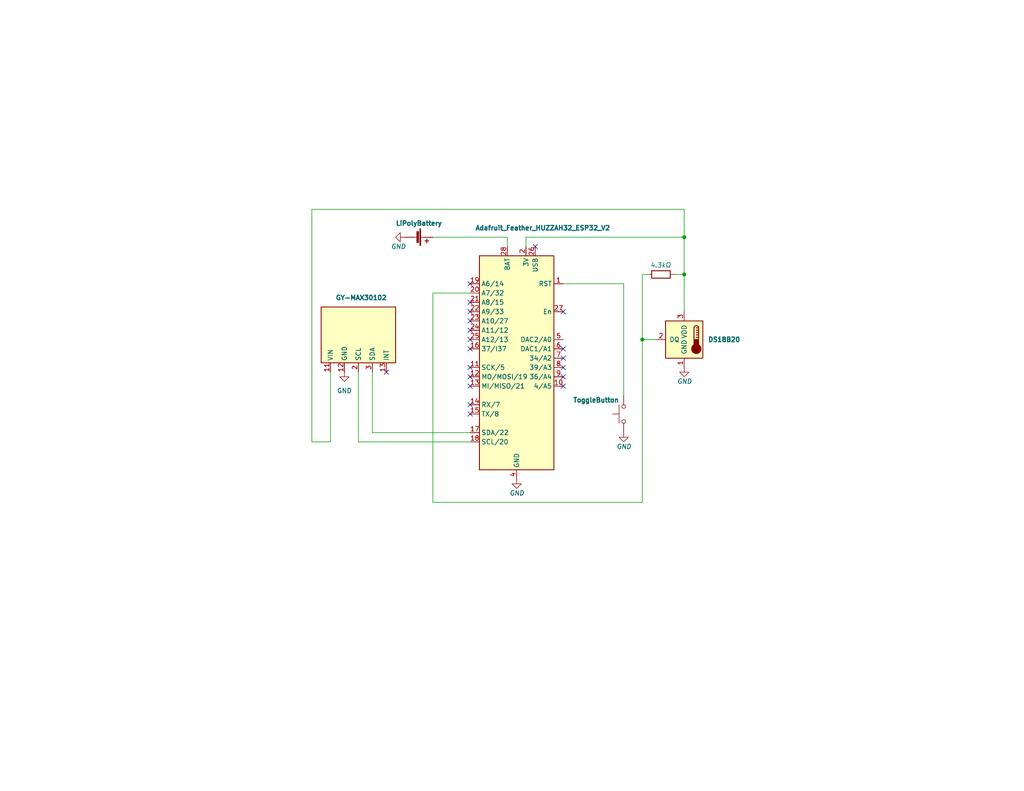
<source format=kicad_sch>
(kicad_sch (version 20211123) (generator eeschema)

  (uuid 2d38f4b0-6c46-4fc1-8332-986e4cba78ae)

  (paper "USLetter")

  (title_block
    (title "Deployable Medical Assitance Case (DMAC)")
    (date "2023-04-13")
    (rev "1")
    (company "Dhalwani Designs")
    (comment 2 "This case is intended to be used by EMTs to collect certain data and send to the website.")
    (comment 3 "This is the electronic schematic for SMART CHART: a project for HOSA ILC.")
    (comment 4 "This is the main circuit schematic used to interface with battery, website, and sensors.")
  )

  (lib_symbols
    (symbol "Device:Battery_Cell" (pin_numbers hide) (pin_names (offset 0) hide) (in_bom yes) (on_board yes)
      (property "Reference" "BT" (id 0) (at 2.54 2.54 0)
        (effects (font (size 1.27 1.27)) (justify left))
      )
      (property "Value" "Battery_Cell" (id 1) (at 2.54 0 0)
        (effects (font (size 1.27 1.27)) (justify left))
      )
      (property "Footprint" "" (id 2) (at 0 1.524 90)
        (effects (font (size 1.27 1.27)) hide)
      )
      (property "Datasheet" "~" (id 3) (at 0 1.524 90)
        (effects (font (size 1.27 1.27)) hide)
      )
      (property "ki_keywords" "battery cell" (id 4) (at 0 0 0)
        (effects (font (size 1.27 1.27)) hide)
      )
      (property "ki_description" "Single-cell battery" (id 5) (at 0 0 0)
        (effects (font (size 1.27 1.27)) hide)
      )
      (symbol "Battery_Cell_0_1"
        (rectangle (start -2.286 1.778) (end 2.286 1.524)
          (stroke (width 0) (type default) (color 0 0 0 0))
          (fill (type outline))
        )
        (rectangle (start -1.5748 1.1938) (end 1.4732 0.6858)
          (stroke (width 0) (type default) (color 0 0 0 0))
          (fill (type outline))
        )
        (polyline
          (pts
            (xy 0 0.762)
            (xy 0 0)
          )
          (stroke (width 0) (type default) (color 0 0 0 0))
          (fill (type none))
        )
        (polyline
          (pts
            (xy 0 1.778)
            (xy 0 2.54)
          )
          (stroke (width 0) (type default) (color 0 0 0 0))
          (fill (type none))
        )
        (polyline
          (pts
            (xy 0.508 3.429)
            (xy 1.524 3.429)
          )
          (stroke (width 0.254) (type default) (color 0 0 0 0))
          (fill (type none))
        )
        (polyline
          (pts
            (xy 1.016 3.937)
            (xy 1.016 2.921)
          )
          (stroke (width 0.254) (type default) (color 0 0 0 0))
          (fill (type none))
        )
      )
      (symbol "Battery_Cell_1_1"
        (pin passive line (at 0 5.08 270) (length 2.54)
          (name "+" (effects (font (size 1.27 1.27))))
          (number "1" (effects (font (size 1.27 1.27))))
        )
        (pin passive line (at 0 -2.54 90) (length 2.54)
          (name "-" (effects (font (size 1.27 1.27))))
          (number "2" (effects (font (size 1.27 1.27))))
        )
      )
    )
    (symbol "Device:R" (pin_numbers hide) (pin_names (offset 0)) (in_bom yes) (on_board yes)
      (property "Reference" "R" (id 0) (at 2.032 0 90)
        (effects (font (size 1.27 1.27)))
      )
      (property "Value" "R" (id 1) (at 0 0 90)
        (effects (font (size 1.27 1.27)))
      )
      (property "Footprint" "" (id 2) (at -1.778 0 90)
        (effects (font (size 1.27 1.27)) hide)
      )
      (property "Datasheet" "~" (id 3) (at 0 0 0)
        (effects (font (size 1.27 1.27)) hide)
      )
      (property "ki_keywords" "R res resistor" (id 4) (at 0 0 0)
        (effects (font (size 1.27 1.27)) hide)
      )
      (property "ki_description" "Resistor" (id 5) (at 0 0 0)
        (effects (font (size 1.27 1.27)) hide)
      )
      (property "ki_fp_filters" "R_*" (id 6) (at 0 0 0)
        (effects (font (size 1.27 1.27)) hide)
      )
      (symbol "R_0_1"
        (rectangle (start -1.016 -2.54) (end 1.016 2.54)
          (stroke (width 0.254) (type default) (color 0 0 0 0))
          (fill (type none))
        )
      )
      (symbol "R_1_1"
        (pin passive line (at 0 3.81 270) (length 1.27)
          (name "~" (effects (font (size 1.27 1.27))))
          (number "1" (effects (font (size 1.27 1.27))))
        )
        (pin passive line (at 0 -3.81 90) (length 1.27)
          (name "~" (effects (font (size 1.27 1.27))))
          (number "2" (effects (font (size 1.27 1.27))))
        )
      )
    )
    (symbol "Sensor_Temperature:DS18B20" (pin_names (offset 1.016)) (in_bom yes) (on_board yes)
      (property "Reference" "U" (id 0) (at -3.81 6.35 0)
        (effects (font (size 1.27 1.27)))
      )
      (property "Value" "DS18B20" (id 1) (at 6.35 6.35 0)
        (effects (font (size 1.27 1.27)))
      )
      (property "Footprint" "Package_TO_SOT_THT:TO-92_Inline" (id 2) (at -25.4 -6.35 0)
        (effects (font (size 1.27 1.27)) hide)
      )
      (property "Datasheet" "http://datasheets.maximintegrated.com/en/ds/DS18B20.pdf" (id 3) (at -3.81 6.35 0)
        (effects (font (size 1.27 1.27)) hide)
      )
      (property "ki_keywords" "OneWire 1Wire Dallas Maxim" (id 4) (at 0 0 0)
        (effects (font (size 1.27 1.27)) hide)
      )
      (property "ki_description" "Programmable Resolution 1-Wire Digital Thermometer TO-92" (id 5) (at 0 0 0)
        (effects (font (size 1.27 1.27)) hide)
      )
      (property "ki_fp_filters" "TO*92*" (id 6) (at 0 0 0)
        (effects (font (size 1.27 1.27)) hide)
      )
      (symbol "DS18B20_0_1"
        (rectangle (start -5.08 5.08) (end 5.08 -5.08)
          (stroke (width 0.254) (type default) (color 0 0 0 0))
          (fill (type background))
        )
        (circle (center -3.302 -2.54) (radius 1.27)
          (stroke (width 0.254) (type default) (color 0 0 0 0))
          (fill (type outline))
        )
        (rectangle (start -2.667 -1.905) (end -3.937 0)
          (stroke (width 0.254) (type default) (color 0 0 0 0))
          (fill (type outline))
        )
        (arc (start -2.667 3.175) (mid -3.302 3.81) (end -3.937 3.175)
          (stroke (width 0.254) (type default) (color 0 0 0 0))
          (fill (type none))
        )
        (polyline
          (pts
            (xy -3.937 0.635)
            (xy -3.302 0.635)
          )
          (stroke (width 0.254) (type default) (color 0 0 0 0))
          (fill (type none))
        )
        (polyline
          (pts
            (xy -3.937 1.27)
            (xy -3.302 1.27)
          )
          (stroke (width 0.254) (type default) (color 0 0 0 0))
          (fill (type none))
        )
        (polyline
          (pts
            (xy -3.937 1.905)
            (xy -3.302 1.905)
          )
          (stroke (width 0.254) (type default) (color 0 0 0 0))
          (fill (type none))
        )
        (polyline
          (pts
            (xy -3.937 2.54)
            (xy -3.302 2.54)
          )
          (stroke (width 0.254) (type default) (color 0 0 0 0))
          (fill (type none))
        )
        (polyline
          (pts
            (xy -3.937 3.175)
            (xy -3.937 0)
          )
          (stroke (width 0.254) (type default) (color 0 0 0 0))
          (fill (type none))
        )
        (polyline
          (pts
            (xy -3.937 3.175)
            (xy -3.302 3.175)
          )
          (stroke (width 0.254) (type default) (color 0 0 0 0))
          (fill (type none))
        )
        (polyline
          (pts
            (xy -2.667 3.175)
            (xy -2.667 0)
          )
          (stroke (width 0.254) (type default) (color 0 0 0 0))
          (fill (type none))
        )
      )
      (symbol "DS18B20_1_1"
        (pin power_in line (at 0 -7.62 90) (length 2.54)
          (name "GND" (effects (font (size 1.27 1.27))))
          (number "1" (effects (font (size 1.27 1.27))))
        )
        (pin bidirectional line (at 7.62 0 180) (length 2.54)
          (name "DQ" (effects (font (size 1.27 1.27))))
          (number "2" (effects (font (size 1.27 1.27))))
        )
        (pin power_in line (at 0 7.62 270) (length 2.54)
          (name "VDD" (effects (font (size 1.27 1.27))))
          (number "3" (effects (font (size 1.27 1.27))))
        )
      )
    )
    (symbol "Switch:SW_Push" (pin_numbers hide) (pin_names (offset 1.016) hide) (in_bom yes) (on_board yes)
      (property "Reference" "SW" (id 0) (at 1.27 2.54 0)
        (effects (font (size 1.27 1.27)) (justify left))
      )
      (property "Value" "SW_Push" (id 1) (at 0 -1.524 0)
        (effects (font (size 1.27 1.27)))
      )
      (property "Footprint" "" (id 2) (at 0 5.08 0)
        (effects (font (size 1.27 1.27)) hide)
      )
      (property "Datasheet" "~" (id 3) (at 0 5.08 0)
        (effects (font (size 1.27 1.27)) hide)
      )
      (property "ki_keywords" "switch normally-open pushbutton push-button" (id 4) (at 0 0 0)
        (effects (font (size 1.27 1.27)) hide)
      )
      (property "ki_description" "Push button switch, generic, two pins" (id 5) (at 0 0 0)
        (effects (font (size 1.27 1.27)) hide)
      )
      (symbol "SW_Push_0_1"
        (circle (center -2.032 0) (radius 0.508)
          (stroke (width 0) (type default) (color 0 0 0 0))
          (fill (type none))
        )
        (polyline
          (pts
            (xy 0 1.27)
            (xy 0 3.048)
          )
          (stroke (width 0) (type default) (color 0 0 0 0))
          (fill (type none))
        )
        (polyline
          (pts
            (xy 2.54 1.27)
            (xy -2.54 1.27)
          )
          (stroke (width 0) (type default) (color 0 0 0 0))
          (fill (type none))
        )
        (circle (center 2.032 0) (radius 0.508)
          (stroke (width 0) (type default) (color 0 0 0 0))
          (fill (type none))
        )
        (pin passive line (at -5.08 0 0) (length 2.54)
          (name "1" (effects (font (size 1.27 1.27))))
          (number "1" (effects (font (size 1.27 1.27))))
        )
        (pin passive line (at 5.08 0 180) (length 2.54)
          (name "2" (effects (font (size 1.27 1.27))))
          (number "2" (effects (font (size 1.27 1.27))))
        )
      )
    )
    (symbol "biometrics:GY-MAX30102" (in_bom yes) (on_board yes)
      (property "Reference" "https://tinyurl.com/MAX?" (id 0) (at -1.2701 8.89 0)
        (effects (font (size 1.27 1.27)) (justify left) hide)
      )
      (property "Value" "GY-MAX30102" (id 1) (at -7.62 10.16 90)
        (effects (font (size 1.27 1.27) bold) (justify right))
      )
      (property "Footprint" "OptoDevice:Maxim_OLGA-14_3.3x5.6mm_P0.8mm" (id 2) (at 26.67 1.27 0)
        (effects (font (size 1.27 1.27)) hide)
      )
      (property "Datasheet" "https://datasheets.maximintegrated.com/en/ds/MAX30102.pdf" (id 3) (at 24.13 2.54 0)
        (effects (font (size 1.27 1.27)) hide)
      )
      (property "ki_keywords" "Heart Rate" (id 4) (at 0 0 0)
        (effects (font (size 1.27 1.27)) hide)
      )
      (property "ki_description" "Heart Rate Sensor, 14-OLGA" (id 5) (at 0 0 0)
        (effects (font (size 1.27 1.27)) hide)
      )
      (property "ki_fp_filters" "Maxim*OLGA*3.3x5.6mm*P0.8mm*" (id 6) (at 0 0 0)
        (effects (font (size 1.27 1.27)) hide)
      )
      (symbol "GY-MAX30102_0_1"
        (rectangle (start -7.62 10.16) (end 7.62 -10.16)
          (stroke (width 0.254) (type default) (color 0 0 0 0))
          (fill (type background))
        )
      )
      (symbol "GY-MAX30102_1_1"
        (pin power_in line (at -10.16 7.62 0) (length 2.54)
          (name "VIN" (effects (font (size 1.27 1.27))))
          (number "11" (effects (font (size 1.27 1.27))))
        )
        (pin power_in line (at -10.16 3.81 0) (length 2.54)
          (name "GND" (effects (font (size 1.27 1.27))))
          (number "12" (effects (font (size 1.27 1.27))))
        )
        (pin output line (at -10.16 -7.62 0) (length 2.54)
          (name "INT" (effects (font (size 1.27 1.27))))
          (number "13" (effects (font (size 1.27 1.27))))
        )
        (pin no_connect line (at 1.27 -12.7 90) (length 2.54) hide
          (name "NC" (effects (font (size 1.27 1.27))))
          (number "2" (effects (font (size 1.27 1.27))))
        )
        (pin input line (at -10.16 0 0) (length 2.54)
          (name "SCL" (effects (font (size 1.27 1.27))))
          (number "2" (effects (font (size 1.27 1.27))))
        )
        (pin bidirectional line (at -10.16 -3.81 0) (length 2.54)
          (name "SDA" (effects (font (size 1.27 1.27))))
          (number "3" (effects (font (size 1.27 1.27))))
        )
        (pin no_connect line (at 5.08 -12.7 90) (length 2.54) hide
          (name "NC" (effects (font (size 1.27 1.27))))
          (number "5" (effects (font (size 1.27 1.27))))
        )
      )
    )
    (symbol "esp32:Adafruit_Feather_HUZZAH32_ESP32_V2" (in_bom yes) (on_board yes)
      (property "Reference" "A" (id 0) (at -10.16 29.21 0)
        (effects (font (size 1.27 1.27)) (justify left))
      )
      (property "Value" "Adafruit_Feather_HUZZAH32_ESP32_V2" (id 1) (at 2.54 -31.75 0)
        (effects (font (size 1.27 1.27)) (justify left))
      )
      (property "Footprint" "Module:Adafruit_Feather" (id 2) (at 2.54 -34.29 0)
        (effects (font (size 1.27 1.27)) (justify left) hide)
      )
      (property "Datasheet" "https://learn.adafruit.com/adafruit-esp32-feather-v2" (id 3) (at 0 -30.48 0)
        (effects (font (size 1.27 1.27)) hide)
      )
      (property "ki_keywords" "Adafruit feather microcontroller module USB" (id 4) (at 0 0 0)
        (effects (font (size 1.27 1.27)) hide)
      )
      (property "ki_description" "Microcontroller module with ESP32 MCU" (id 5) (at 0 0 0)
        (effects (font (size 1.27 1.27)) hide)
      )
      (property "ki_fp_filters" "Adafruit*Feather*" (id 6) (at 0 0 0)
        (effects (font (size 1.27 1.27)) hide)
      )
      (symbol "Adafruit_Feather_HUZZAH32_ESP32_V2_0_1"
        (rectangle (start -10.16 27.94) (end 10.16 -30.48)
          (stroke (width 0.254) (type default) (color 0 0 0 0))
          (fill (type background))
        )
      )
      (symbol "Adafruit_Feather_HUZZAH32_ESP32_V2_1_1"
        (pin input line (at 12.7 20.32 180) (length 2.54)
          (name "RST" (effects (font (size 1.27 1.27))))
          (number "1" (effects (font (size 1.27 1.27))))
        )
        (pin bidirectional line (at 12.7 -7.62 180) (length 2.54)
          (name "4/A5" (effects (font (size 1.27 1.27))))
          (number "10" (effects (font (size 1.27 1.27))))
        )
        (pin bidirectional line (at -12.7 -2.54 0) (length 2.54)
          (name "SCK/5" (effects (font (size 1.27 1.27))))
          (number "11" (effects (font (size 1.27 1.27))))
        )
        (pin bidirectional line (at -12.7 -5.08 0) (length 2.54)
          (name "MO/MOSI/19" (effects (font (size 1.27 1.27))))
          (number "12" (effects (font (size 1.27 1.27))))
        )
        (pin bidirectional line (at -12.7 -7.62 0) (length 2.54)
          (name "MI/MISO/21" (effects (font (size 1.27 1.27))))
          (number "13" (effects (font (size 1.27 1.27))))
        )
        (pin bidirectional line (at -12.7 -12.7 0) (length 2.54)
          (name "RX/7" (effects (font (size 1.27 1.27))))
          (number "14" (effects (font (size 1.27 1.27))))
        )
        (pin bidirectional line (at -12.7 -15.24 0) (length 2.54)
          (name "TX/8" (effects (font (size 1.27 1.27))))
          (number "15" (effects (font (size 1.27 1.27))))
        )
        (pin bidirectional line (at -12.7 2.54 0) (length 2.54)
          (name "37/I37" (effects (font (size 1.27 1.27))))
          (number "16" (effects (font (size 1.27 1.27))))
        )
        (pin bidirectional line (at -12.7 -20.32 0) (length 2.54)
          (name "SDA/22" (effects (font (size 1.27 1.27))))
          (number "17" (effects (font (size 1.27 1.27))))
        )
        (pin bidirectional line (at -12.7 -22.86 0) (length 2.54)
          (name "SCL/20" (effects (font (size 1.27 1.27))))
          (number "18" (effects (font (size 1.27 1.27))))
        )
        (pin bidirectional line (at -12.7 20.32 0) (length 2.54)
          (name "A6/14" (effects (font (size 1.27 1.27))))
          (number "19" (effects (font (size 1.27 1.27))))
        )
        (pin power_in line (at 2.54 30.48 270) (length 2.54)
          (name "3V" (effects (font (size 1.27 1.27))))
          (number "2" (effects (font (size 1.27 1.27))))
        )
        (pin bidirectional line (at -12.7 17.78 0) (length 2.54)
          (name "A7/32" (effects (font (size 1.27 1.27))))
          (number "20" (effects (font (size 1.27 1.27))))
        )
        (pin bidirectional line (at -12.7 15.24 0) (length 2.54)
          (name "A8/15" (effects (font (size 1.27 1.27))))
          (number "21" (effects (font (size 1.27 1.27))))
        )
        (pin bidirectional line (at -12.7 12.7 0) (length 2.54)
          (name "A9/33" (effects (font (size 1.27 1.27))))
          (number "22" (effects (font (size 1.27 1.27))))
        )
        (pin bidirectional line (at -12.7 10.16 0) (length 2.54)
          (name "A10/27" (effects (font (size 1.27 1.27))))
          (number "23" (effects (font (size 1.27 1.27))))
        )
        (pin bidirectional line (at -12.7 7.62 0) (length 2.54)
          (name "A11/12" (effects (font (size 1.27 1.27))))
          (number "24" (effects (font (size 1.27 1.27))))
        )
        (pin bidirectional line (at -12.7 5.08 0) (length 2.54)
          (name "A12/13" (effects (font (size 1.27 1.27))))
          (number "25" (effects (font (size 1.27 1.27))))
        )
        (pin power_in line (at 5.08 30.48 270) (length 2.54)
          (name "USB" (effects (font (size 1.27 1.27))))
          (number "26" (effects (font (size 1.27 1.27))))
        )
        (pin input line (at 12.7 12.7 180) (length 2.54)
          (name "En" (effects (font (size 1.27 1.27))))
          (number "27" (effects (font (size 1.27 1.27))))
        )
        (pin power_in line (at -2.54 30.48 270) (length 2.54)
          (name "BAT" (effects (font (size 1.27 1.27))))
          (number "28" (effects (font (size 1.27 1.27))))
        )
        (pin no_connect line (at 10.16 10.16 180) (length 2.54) hide
          (name "NC" (effects (font (size 1.27 1.27))))
          (number "3" (effects (font (size 1.27 1.27))))
        )
        (pin power_in line (at 0 -33.02 90) (length 2.54)
          (name "GND" (effects (font (size 1.27 1.27))))
          (number "4" (effects (font (size 1.27 1.27))))
        )
        (pin bidirectional line (at 12.7 5.08 180) (length 2.54)
          (name "DAC2/A0" (effects (font (size 1.27 1.27))))
          (number "5" (effects (font (size 1.27 1.27))))
        )
        (pin bidirectional line (at 12.7 2.54 180) (length 2.54)
          (name "DAC1/A1" (effects (font (size 1.27 1.27))))
          (number "6" (effects (font (size 1.27 1.27))))
        )
        (pin bidirectional line (at 12.7 0 180) (length 2.54)
          (name "34/A2" (effects (font (size 1.27 1.27))))
          (number "7" (effects (font (size 1.27 1.27))))
        )
        (pin bidirectional line (at 12.7 -2.54 180) (length 2.54)
          (name "39/A3" (effects (font (size 1.27 1.27))))
          (number "8" (effects (font (size 1.27 1.27))))
        )
        (pin bidirectional line (at 12.7 -5.08 180) (length 2.54)
          (name "36/A4" (effects (font (size 1.27 1.27))))
          (number "9" (effects (font (size 1.27 1.27))))
        )
      )
    )
    (symbol "power:GND" (power) (pin_names (offset 0)) (in_bom yes) (on_board yes)
      (property "Reference" "#PWR" (id 0) (at 0 -6.35 0)
        (effects (font (size 1.27 1.27)) hide)
      )
      (property "Value" "GND" (id 1) (at 0 -3.81 0)
        (effects (font (size 1.27 1.27)))
      )
      (property "Footprint" "" (id 2) (at 0 0 0)
        (effects (font (size 1.27 1.27)) hide)
      )
      (property "Datasheet" "" (id 3) (at 0 0 0)
        (effects (font (size 1.27 1.27)) hide)
      )
      (property "ki_keywords" "power-flag" (id 4) (at 0 0 0)
        (effects (font (size 1.27 1.27)) hide)
      )
      (property "ki_description" "Power symbol creates a global label with name \"GND\" , ground" (id 5) (at 0 0 0)
        (effects (font (size 1.27 1.27)) hide)
      )
      (symbol "GND_0_1"
        (polyline
          (pts
            (xy 0 0)
            (xy 0 -1.27)
            (xy 1.27 -1.27)
            (xy 0 -2.54)
            (xy -1.27 -1.27)
            (xy 0 -1.27)
          )
          (stroke (width 0) (type default) (color 0 0 0 0))
          (fill (type none))
        )
      )
      (symbol "GND_1_1"
        (pin power_in line (at 0 0 270) (length 0) hide
          (name "GND" (effects (font (size 1.27 1.27))))
          (number "1" (effects (font (size 1.27 1.27))))
        )
      )
    )
  )

  (junction (at 186.69 64.77) (diameter 0) (color 0 0 0 0)
    (uuid 1e7470e7-de65-4993-ac7c-e471cb95d4a8)
  )
  (junction (at 175.26 92.71) (diameter 0) (color 0 0 0 0)
    (uuid 459342f5-d54b-4339-a405-c451d5a5367c)
  )
  (junction (at 186.69 74.93) (diameter 0) (color 0 0 0 0)
    (uuid f0bc82f4-7311-4720-9dd3-35e08b12b704)
  )

  (no_connect (at 128.27 95.25) (uuid 0db22141-729d-476b-bcb5-5c8dd62e64f9))
  (no_connect (at 128.27 105.41) (uuid 159c1d69-041e-40db-ac56-e0aaa71fb9fa))
  (no_connect (at 128.27 100.33) (uuid 2d72acf5-26e8-4c05-8c8c-f40cd234a3a3))
  (no_connect (at 153.67 100.33) (uuid 2fed9ea8-36c7-41ad-ab4f-e996e8dfc282))
  (no_connect (at 128.27 90.17) (uuid 37add3a0-51bc-4fd7-b01b-d22cbcef723c))
  (no_connect (at 128.27 82.55) (uuid 39b30916-84c0-4505-82cb-d9de54b3b571))
  (no_connect (at 128.27 102.87) (uuid 42b41605-ad43-4f2b-b415-fca58dcf45fc))
  (no_connect (at 105.41 101.6) (uuid 51806a07-e9d8-467c-ae6b-10b187952ae6))
  (no_connect (at 146.05 67.31) (uuid 555c7e7e-9e3e-45f0-b3f6-62bebcf57d7c))
  (no_connect (at 128.27 110.49) (uuid 585a5e67-65f4-49e0-b632-1d8d4b4e7d23))
  (no_connect (at 153.67 102.87) (uuid 58603522-578c-4a96-a5cc-c5d89814c97a))
  (no_connect (at 128.27 92.71) (uuid 6bebd8ef-6529-4474-8488-acc47d00165f))
  (no_connect (at 128.27 87.63) (uuid 7e84e6be-cfea-4608-8a66-6bf0e074ab72))
  (no_connect (at 128.27 85.09) (uuid baa202c2-2e88-4b85-b7d0-017e8e5d3e54))
  (no_connect (at 153.67 85.09) (uuid bf07558d-aabe-4e4d-87cb-494a78038f96))
  (no_connect (at 153.67 95.25) (uuid c35e525c-5bd9-4712-8eb1-5a917fa8fa06))
  (no_connect (at 128.27 113.03) (uuid cd89407a-0976-4a87-a1d3-e13ad536a9c2))
  (no_connect (at 153.67 97.79) (uuid dd1c2d38-03ff-423a-8de6-eaa37cbccb4e))
  (no_connect (at 128.27 77.47) (uuid e1f8b159-f48c-4d97-b634-c7e69e6af95e))
  (no_connect (at 153.67 105.41) (uuid f1a6ab5f-9c36-4471-8150-5b6539ca7cc2))

  (wire (pts (xy 184.15 74.93) (xy 186.69 74.93))
    (stroke (width 0) (type default) (color 0 0 0 0))
    (uuid 0bbdf04a-c523-4ab1-87af-5312385dcc28)
  )
  (wire (pts (xy 138.43 64.77) (xy 118.11 64.77))
    (stroke (width 0) (type default) (color 0 0 0 0))
    (uuid 0bfd39ff-53cf-43c7-99e9-ea9eef3686ba)
  )
  (wire (pts (xy 97.79 120.65) (xy 128.27 120.65))
    (stroke (width 0) (type default) (color 0 0 0 0))
    (uuid 1d55c6ab-c142-4c1a-823d-21389b2e093c)
  )
  (wire (pts (xy 101.6 118.11) (xy 128.27 118.11))
    (stroke (width 0) (type default) (color 0 0 0 0))
    (uuid 3f2fa397-25be-4ba2-973d-dd6894462ebe)
  )
  (wire (pts (xy 85.09 120.65) (xy 85.09 57.15))
    (stroke (width 0) (type default) (color 0 0 0 0))
    (uuid 42c7bd93-0050-4d4a-8803-bf983af9dfc7)
  )
  (wire (pts (xy 170.18 107.95) (xy 170.18 77.47))
    (stroke (width 0) (type default) (color 0 0 0 0))
    (uuid 494822b7-6840-4003-b198-ebaf12f1e93f)
  )
  (wire (pts (xy 118.11 80.01) (xy 118.11 137.16))
    (stroke (width 0) (type default) (color 0 0 0 0))
    (uuid 4b4585ee-d0d0-49f3-96d6-fa41789037e8)
  )
  (wire (pts (xy 101.6 101.6) (xy 101.6 118.11))
    (stroke (width 0) (type default) (color 0 0 0 0))
    (uuid 4d8900be-00a9-49f3-98c0-23611fccbf43)
  )
  (wire (pts (xy 175.26 92.71) (xy 175.26 74.93))
    (stroke (width 0) (type default) (color 0 0 0 0))
    (uuid 5c8e5ccd-7275-40ae-8bef-4ad4c4866bf3)
  )
  (wire (pts (xy 143.51 64.77) (xy 143.51 67.31))
    (stroke (width 0) (type default) (color 0 0 0 0))
    (uuid 5ee01aa1-9c92-479e-96ee-90f849a5155f)
  )
  (wire (pts (xy 175.26 137.16) (xy 175.26 92.71))
    (stroke (width 0) (type default) (color 0 0 0 0))
    (uuid 6522df6a-7954-413c-b503-ccc51e93fd93)
  )
  (wire (pts (xy 138.43 64.77) (xy 138.43 67.31))
    (stroke (width 0) (type default) (color 0 0 0 0))
    (uuid 658d1505-1454-4289-83ae-c45cfced78ac)
  )
  (wire (pts (xy 118.11 137.16) (xy 175.26 137.16))
    (stroke (width 0) (type default) (color 0 0 0 0))
    (uuid 665f54ad-656a-4466-925f-73d88e29b745)
  )
  (wire (pts (xy 175.26 74.93) (xy 176.53 74.93))
    (stroke (width 0) (type default) (color 0 0 0 0))
    (uuid 6cce7f9a-df1a-42c1-9970-821fd81b692d)
  )
  (wire (pts (xy 186.69 57.15) (xy 186.69 64.77))
    (stroke (width 0) (type default) (color 0 0 0 0))
    (uuid 6dd68d09-bb3e-4848-90fb-2b7c63501641)
  )
  (wire (pts (xy 97.79 101.6) (xy 97.79 120.65))
    (stroke (width 0) (type default) (color 0 0 0 0))
    (uuid 79b4cc90-ce3c-45b5-949b-f97017e30029)
  )
  (wire (pts (xy 186.69 85.09) (xy 186.69 74.93))
    (stroke (width 0) (type default) (color 0 0 0 0))
    (uuid 7a63be59-83a1-44ab-bf95-ed27b83eeb2d)
  )
  (wire (pts (xy 90.17 101.6) (xy 90.17 120.65))
    (stroke (width 0) (type default) (color 0 0 0 0))
    (uuid 95a03156-82d9-44b0-afb3-bb39e901eae7)
  )
  (wire (pts (xy 85.09 57.15) (xy 186.69 57.15))
    (stroke (width 0) (type default) (color 0 0 0 0))
    (uuid b0ba2d77-0990-43f5-9f78-7e18d6588af9)
  )
  (wire (pts (xy 175.26 92.71) (xy 179.07 92.71))
    (stroke (width 0) (type default) (color 0 0 0 0))
    (uuid b46666fc-c7c9-49c8-b90a-0199ffb70488)
  )
  (wire (pts (xy 186.69 74.93) (xy 186.69 64.77))
    (stroke (width 0) (type default) (color 0 0 0 0))
    (uuid e52aab77-2d3b-4892-b168-8edafdaf0813)
  )
  (wire (pts (xy 170.18 77.47) (xy 153.67 77.47))
    (stroke (width 0) (type default) (color 0 0 0 0))
    (uuid e94e413b-d659-48b0-9f3c-644370791fe8)
  )
  (wire (pts (xy 186.69 64.77) (xy 143.51 64.77))
    (stroke (width 0) (type default) (color 0 0 0 0))
    (uuid f7efc137-f52d-4356-b5e9-724a0dde2797)
  )
  (wire (pts (xy 90.17 120.65) (xy 85.09 120.65))
    (stroke (width 0) (type default) (color 0 0 0 0))
    (uuid fb142b8c-c41b-4d8b-bc1c-3b7b06ff2966)
  )
  (wire (pts (xy 128.27 80.01) (xy 118.11 80.01))
    (stroke (width 0) (type default) (color 0 0 0 0))
    (uuid fb71da3d-62e5-482e-8d07-ea3492bf78f3)
  )

  (symbol (lib_id "Device:Battery_Cell") (at 113.03 64.77 270) (unit 1)
    (in_bom yes) (on_board yes)
    (uuid 29c294ad-cfcf-4ad9-a083-15f966cabbf7)
    (property "Reference" "LiPolyBattery" (id 0) (at 114.3 60.96 90)
      (effects (font (size 1.27 1.27) bold))
    )
    (property "Value" "Battery_Cell" (id 1) (at 115.062 59.69 90)
      (effects (font (size 1.27 1.27)) hide)
    )
    (property "Footprint" "" (id 2) (at 114.554 64.77 90)
      (effects (font (size 1.27 1.27)) hide)
    )
    (property "Datasheet" "~" (id 3) (at 114.554 64.77 90)
      (effects (font (size 1.27 1.27)) hide)
    )
    (pin "1" (uuid 6231df5b-b24e-4f74-8c9b-6ab708ef1b37))
    (pin "2" (uuid f5c3327c-1720-40f6-a4bf-4664a9917164))
  )

  (symbol (lib_id "biometrics:GY-MAX30102") (at 97.79 91.44 90) (unit 1)
    (in_bom yes) (on_board yes)
    (uuid 3177884b-be5c-4463-b1ae-5be10fe4daef)
    (property "Reference" "https://tinyurl.com/MAX1" (id 0) (at 88.9 92.7101 0)
      (effects (font (size 1.27 1.27)) (justify left) hide)
    )
    (property "Value" "GY-MAX30102" (id 1) (at 91.44 81.28 90)
      (effects (font (size 1.27 1.27) bold) (justify right))
    )
    (property "Footprint" "OptoDevice:Maxim_OLGA-14_3.3x5.6mm_P0.8mm" (id 2) (at 96.52 64.77 0)
      (effects (font (size 1.27 1.27)) hide)
    )
    (property "Datasheet" "https://datasheets.maximintegrated.com/en/ds/MAX30102.pdf" (id 3) (at 95.25 67.31 0)
      (effects (font (size 1.27 1.27)) hide)
    )
    (pin "11" (uuid 5ad58911-f4f1-4d25-880b-de9c4c0b9443))
    (pin "12" (uuid 0b5e80cb-fa1d-4b82-a2e8-990ce801d9cf))
    (pin "13" (uuid 0ef95148-fbe9-462a-9f07-af5d80b8e213))
    (pin "2" (uuid 125fbfb1-965f-46a5-8d5e-8d5f9acd721c))
    (pin "2" (uuid 125fbfb1-965f-46a5-8d5e-8d5f9acd721c))
    (pin "3" (uuid eb628692-d99f-4125-ac8f-a825a45aa440))
    (pin "5" (uuid 7fe637da-aa38-4789-8f21-c91faeba5cde))
  )

  (symbol (lib_id "power:GND") (at 140.97 130.81 0) (unit 1)
    (in_bom yes) (on_board yes)
    (uuid 329cc283-e261-4d82-846c-b2e1cab4ba51)
    (property "Reference" "#PWR?" (id 0) (at 140.97 137.16 0)
      (effects (font (size 1.27 1.27)) hide)
    )
    (property "Value" "GND" (id 1) (at 140.97 134.62 0)
      (effects (font (size 1.27 1.27) italic))
    )
    (property "Footprint" "" (id 2) (at 140.97 130.81 0)
      (effects (font (size 1.27 1.27)) hide)
    )
    (property "Datasheet" "" (id 3) (at 140.97 130.81 0)
      (effects (font (size 1.27 1.27)) hide)
    )
    (pin "1" (uuid e0262a47-7ba6-457f-9bed-8d06f5db8d0b))
  )

  (symbol (lib_id "power:GND") (at 93.98 101.6 0) (unit 1)
    (in_bom yes) (on_board yes) (fields_autoplaced)
    (uuid 60f9705f-af53-4f01-9912-50cd1d008292)
    (property "Reference" "#PWR?" (id 0) (at 93.98 107.95 0)
      (effects (font (size 1.27 1.27)) hide)
    )
    (property "Value" "GND" (id 1) (at 93.98 106.68 0))
    (property "Footprint" "" (id 2) (at 93.98 101.6 0)
      (effects (font (size 1.27 1.27)) hide)
    )
    (property "Datasheet" "" (id 3) (at 93.98 101.6 0)
      (effects (font (size 1.27 1.27)) hide)
    )
    (pin "1" (uuid 15274152-ebd3-4ba3-a8a2-4e24e169d669))
  )

  (symbol (lib_id "esp32:Adafruit_Feather_HUZZAH32_ESP32_V2") (at 140.97 97.79 0) (unit 1)
    (in_bom yes) (on_board yes)
    (uuid 6527d1e7-3336-4c11-bc36-9cbfc4542ea4)
    (property "Reference" "A1" (id 0) (at 142.9894 130.81 0)
      (effects (font (size 1.27 1.27)) (justify left) hide)
    )
    (property "Value" "Adafruit_Feather_HUZZAH32_ESP32_V2" (id 1) (at 129.54 62.23 0)
      (effects (font (size 1.27 1.27) bold) (justify left))
    )
    (property "Footprint" "Module:Adafruit_Feather" (id 2) (at 143.51 132.08 0)
      (effects (font (size 1.27 1.27)) (justify left) hide)
    )
    (property "Datasheet" "https://learn.adafruit.com/adafruit-esp32-feather-v2" (id 3) (at 140.97 128.27 0)
      (effects (font (size 1.27 1.27)) hide)
    )
    (pin "1" (uuid b2265c31-5ed2-4d5e-a959-65b46b17646b))
    (pin "10" (uuid d1c62f23-932c-453b-9cd4-b10cd87bcd4b))
    (pin "11" (uuid e67b05e5-adce-42f4-b4e4-11491bc17326))
    (pin "12" (uuid 7d6e4bbf-abd6-436b-875c-3d769378a628))
    (pin "13" (uuid e36ebed1-0224-49ee-972f-f306f22afda5))
    (pin "14" (uuid 4dc7853c-9083-4ccd-9ccc-7ea34a8a41d6))
    (pin "15" (uuid b49951c6-67de-45df-9c91-e82fb8c80a7f))
    (pin "16" (uuid e6618448-9fbc-442f-93d5-41f8526b44d4))
    (pin "17" (uuid fa5dc078-d314-4372-9933-cc72b923d408))
    (pin "18" (uuid 6dcaa9a6-03a4-4e9d-a246-57a648c8623f))
    (pin "19" (uuid 7e363773-16ca-4586-97b6-8e15558f7910))
    (pin "2" (uuid 109cc1e3-530f-47f0-b6e3-39f9ffa005f0))
    (pin "20" (uuid 34bc1dc5-aa6d-4647-b90b-ad7264d91bb2))
    (pin "21" (uuid fafa03c9-fa77-4336-bd2b-48c97e44fade))
    (pin "22" (uuid 0c5f5f02-e2a2-41f3-8797-a2fc8da2d8ae))
    (pin "23" (uuid 67b511a2-c1b7-436b-a320-752db5a3c350))
    (pin "24" (uuid b87085c2-5175-4e65-8f96-c6c5af80f8c0))
    (pin "25" (uuid 0f6b8434-7866-4f69-a2a2-a090aa093e29))
    (pin "26" (uuid fcc07b5c-5b6f-4331-b06a-9ed8adfa8982))
    (pin "27" (uuid 4cb169d4-8f8e-4b6a-a2e6-835bd8fc5d9a))
    (pin "28" (uuid a5415f6d-571b-4401-804a-2e6a142cdaea))
    (pin "3" (uuid 5acea125-ac19-4c52-8b30-9b51b52be395))
    (pin "4" (uuid 4db5d88d-743a-48f4-92f1-59d8d8855f74))
    (pin "5" (uuid 984e9ecc-feb3-4e20-97ff-f501357753dd))
    (pin "6" (uuid 3f77f55b-420f-40bd-9f68-8d548dcaf218))
    (pin "7" (uuid a95b4f7d-b884-42f2-ac07-41f2eab28670))
    (pin "8" (uuid 13d4065e-f09e-45a8-9849-c6c3e28af451))
    (pin "9" (uuid 27f18a06-7c48-4dc7-b6e5-a2227d212c9e))
  )

  (symbol (lib_id "Switch:SW_Push") (at 170.18 113.03 90) (unit 1)
    (in_bom yes) (on_board yes)
    (uuid 8fc22c9d-399c-4e13-a44f-ee8ed14591ec)
    (property "Reference" "ToggleButton" (id 0) (at 156.21 109.22 90)
      (effects (font (size 1.27 1.27) bold) (justify right))
    )
    (property "Value" "PushToggle" (id 1) (at 171.45 114.2999 90)
      (effects (font (size 1.27 1.27)) (justify right) hide)
    )
    (property "Footprint" "Button_Switch_SMD:SW_SPST_Panasonic_EVQPL_3PL_5PL_PT_A08" (id 2) (at 165.1 113.03 0)
      (effects (font (size 1.27 1.27)) hide)
    )
    (property "Datasheet" "~" (id 3) (at 165.1 113.03 0)
      (effects (font (size 1.27 1.27)) hide)
    )
    (pin "1" (uuid d9302d6d-a5f0-4533-9069-c1412c93828e))
    (pin "2" (uuid 92a539c5-a5cb-4b54-83eb-e27e33817a9f))
  )

  (symbol (lib_id "Sensor_Temperature:DS18B20") (at 186.69 92.71 0) (mirror y) (unit 1)
    (in_bom yes) (on_board yes) (fields_autoplaced)
    (uuid c9b21755-6e1a-45a6-b1ec-8fe0c2aa224d)
    (property "Reference" "DATA1" (id 0) (at 193.04 91.4399 0)
      (effects (font (size 1.27 1.27)) (justify right) hide)
    )
    (property "Value" "DS18B20" (id 1) (at 193.04 92.7099 0)
      (effects (font (size 1.27 1.27) bold) (justify right))
    )
    (property "Footprint" "Package_TO_SOT_THT:TO-92_Inline" (id 2) (at 212.09 99.06 0)
      (effects (font (size 1.27 1.27)) hide)
    )
    (property "Datasheet" "http://datasheets.maximintegrated.com/en/ds/DS18B20.pdf" (id 3) (at 190.5 86.36 0)
      (effects (font (size 1.27 1.27)) hide)
    )
    (pin "1" (uuid 57aed858-47ec-4961-b229-1d2c7f8c0f14))
    (pin "2" (uuid 3484a84f-b577-4741-866a-fa5cc7eb2fe0))
    (pin "3" (uuid 6026b153-68a3-4ef1-ad70-2250a64c91ff))
  )

  (symbol (lib_id "power:GND") (at 110.49 64.77 270) (unit 1)
    (in_bom yes) (on_board yes)
    (uuid cb702b02-ccef-4dfa-b2dd-020f2327e5ac)
    (property "Reference" "#PWR?" (id 0) (at 104.14 64.77 0)
      (effects (font (size 1.27 1.27)) hide)
    )
    (property "Value" "GND" (id 1) (at 106.68 67.31 90)
      (effects (font (size 1.27 1.27) italic) (justify left))
    )
    (property "Footprint" "" (id 2) (at 110.49 64.77 0)
      (effects (font (size 1.27 1.27)) hide)
    )
    (property "Datasheet" "" (id 3) (at 110.49 64.77 0)
      (effects (font (size 1.27 1.27)) hide)
    )
    (pin "1" (uuid 8a176d67-f98b-41a7-9ec9-53ceaead3ab2))
  )

  (symbol (lib_id "Device:R") (at 180.34 74.93 90) (unit 1)
    (in_bom yes) (on_board yes)
    (uuid cc7c84f2-8b61-4c9d-9f16-10f8d57c7baf)
    (property "Reference" "4.3k1" (id 0) (at 180.34 68.58 90)
      (effects (font (size 1.27 1.27)) hide)
    )
    (property "Value" "4.3kΩ" (id 1) (at 180.34 72.39 90)
      (effects (font (size 1.27 1.27) italic))
    )
    (property "Footprint" "Resistor_THT:R_Array_SIP7" (id 2) (at 180.34 76.708 90)
      (effects (font (size 1.27 1.27)) hide)
    )
    (property "Datasheet" "~" (id 3) (at 180.34 74.93 0)
      (effects (font (size 1.27 1.27)) hide)
    )
    (pin "1" (uuid 0d5b5605-ffdd-4c2e-b14c-f84cf59c034e))
    (pin "2" (uuid e58f6034-ec14-4b04-9ceb-467f357984c2))
  )

  (symbol (lib_id "power:GND") (at 170.18 118.11 0) (unit 1)
    (in_bom yes) (on_board yes)
    (uuid cd67c1c1-4ff6-4491-a281-118265694fc8)
    (property "Reference" "#PWR?" (id 0) (at 170.18 124.46 0)
      (effects (font (size 1.27 1.27)) hide)
    )
    (property "Value" "GND" (id 1) (at 170.18 121.92 0)
      (effects (font (size 1.27 1.27) italic))
    )
    (property "Footprint" "" (id 2) (at 170.18 118.11 0)
      (effects (font (size 1.27 1.27)) hide)
    )
    (property "Datasheet" "" (id 3) (at 170.18 118.11 0)
      (effects (font (size 1.27 1.27)) hide)
    )
    (pin "1" (uuid 4ab1a62a-0e83-4d5a-826b-625822b74e84))
  )

  (symbol (lib_id "power:GND") (at 186.69 100.33 0) (unit 1)
    (in_bom yes) (on_board yes)
    (uuid ecfc6168-4afd-4661-a95a-a2bf00be70a2)
    (property "Reference" "#PWR?" (id 0) (at 186.69 106.68 0)
      (effects (font (size 1.27 1.27)) hide)
    )
    (property "Value" "GND" (id 1) (at 186.69 104.14 0)
      (effects (font (size 1.27 1.27) italic))
    )
    (property "Footprint" "" (id 2) (at 186.69 100.33 0)
      (effects (font (size 1.27 1.27)) hide)
    )
    (property "Datasheet" "" (id 3) (at 186.69 100.33 0)
      (effects (font (size 1.27 1.27)) hide)
    )
    (pin "1" (uuid 12223a6b-77d1-4489-a0ea-a66f9d994544))
  )

  (sheet_instances
    (path "/" (page "1"))
  )

  (symbol_instances
    (path "/329cc283-e261-4d82-846c-b2e1cab4ba51"
      (reference "#PWR?") (unit 1) (value "GND") (footprint "")
    )
    (path "/60f9705f-af53-4f01-9912-50cd1d008292"
      (reference "#PWR?") (unit 1) (value "GND") (footprint "")
    )
    (path "/cb702b02-ccef-4dfa-b2dd-020f2327e5ac"
      (reference "#PWR?") (unit 1) (value "GND") (footprint "")
    )
    (path "/cd67c1c1-4ff6-4491-a281-118265694fc8"
      (reference "#PWR?") (unit 1) (value "GND") (footprint "")
    )
    (path "/ecfc6168-4afd-4661-a95a-a2bf00be70a2"
      (reference "#PWR?") (unit 1) (value "GND") (footprint "")
    )
    (path "/cc7c84f2-8b61-4c9d-9f16-10f8d57c7baf"
      (reference "4.3k1") (unit 1) (value "4.3kΩ") (footprint "Resistor_THT:R_Array_SIP7")
    )
    (path "/6527d1e7-3336-4c11-bc36-9cbfc4542ea4"
      (reference "A1") (unit 1) (value "Adafruit_Feather_HUZZAH32_ESP32_V2") (footprint "Module:Adafruit_Feather")
    )
    (path "/c9b21755-6e1a-45a6-b1ec-8fe0c2aa224d"
      (reference "DATA1") (unit 1) (value "DS18B20") (footprint "Package_TO_SOT_THT:TO-92_Inline")
    )
    (path "/29c294ad-cfcf-4ad9-a083-15f966cabbf7"
      (reference "LiPolyBattery") (unit 1) (value "Battery_Cell") (footprint "")
    )
    (path "/8fc22c9d-399c-4e13-a44f-ee8ed14591ec"
      (reference "ToggleButton") (unit 1) (value "PushToggle") (footprint "Button_Switch_SMD:SW_SPST_Panasonic_EVQPL_3PL_5PL_PT_A08")
    )
    (path "/3177884b-be5c-4463-b1ae-5be10fe4daef"
      (reference "https://tinyurl.com/MAX1") (unit 1) (value "GY-MAX30102") (footprint "OptoDevice:Maxim_OLGA-14_3.3x5.6mm_P0.8mm")
    )
  )
)

</source>
